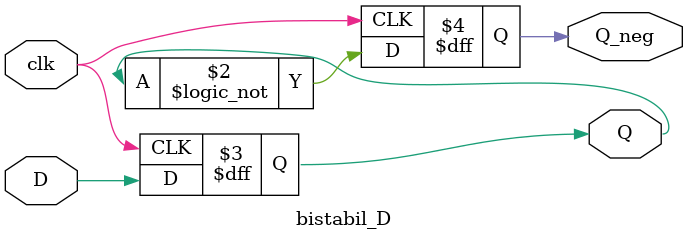
<source format=v>
module bistabil_D(
    input clk,
    input D,
    output reg Q,
    output reg Q_neg
    );
    
    always @ (posedge clk)
    begin

    Q<=D;
    Q_neg <=!Q;
    
    end
endmodule

</source>
